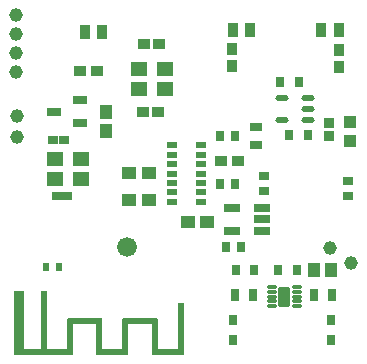
<source format=gbs>
G04*
G04 #@! TF.GenerationSoftware,Altium Limited,Altium Designer,23.6.0 (18)*
G04*
G04 Layer_Color=16711935*
%FSLAX44Y44*%
%MOMM*%
G71*
G04*
G04 #@! TF.SameCoordinates,26645B5F-4E51-4842-B81F-BC902FA672D2*
G04*
G04*
G04 #@! TF.FilePolarity,Negative*
G04*
G01*
G75*
%ADD18R,1.1581X1.0121*%
%ADD19R,0.7500X0.9000*%
%ADD23R,1.0121X1.1581*%
%ADD67C,1.1500*%
%ADD68C,1.6740*%
G04:AMPARAMS|DCode=75|XSize=1.1071mm|YSize=0.5358mm|CornerRadius=0.2679mm|HoleSize=0mm|Usage=FLASHONLY|Rotation=0.000|XOffset=0mm|YOffset=0mm|HoleType=Round|Shape=RoundedRectangle|*
%AMROUNDEDRECTD75*
21,1,1.1071,0.0000,0,0,0.0*
21,1,0.5713,0.5358,0,0,0.0*
1,1,0.5358,0.2857,0.0000*
1,1,0.5358,-0.2857,0.0000*
1,1,0.5358,-0.2857,0.0000*
1,1,0.5358,0.2857,0.0000*
%
%ADD75ROUNDEDRECTD75*%
%ADD78R,0.9682X1.0065*%
%ADD80R,0.8121X0.9311*%
%ADD81R,1.4000X1.2000*%
%ADD82R,0.8621X0.7565*%
%ADD83R,1.0065X0.9682*%
%ADD86R,1.1311X0.9121*%
%ADD88R,1.0000X0.7500*%
%ADD90R,0.8121X0.7581*%
%ADD93R,0.8000X0.9000*%
%ADD95R,0.7500X1.0000*%
%ADD97R,0.7581X0.8121*%
%ADD98R,3.0000X0.5000*%
%ADD99R,5.0000X0.5000*%
%ADD100R,0.5000X5.4000*%
%ADD101R,0.9000X5.4000*%
%ADD102R,0.5000X3.1400*%
%ADD103R,0.5000X3.1400*%
%ADD104R,2.7000X0.5000*%
%ADD105R,3.0000X0.5000*%
%ADD106R,0.5000X4.4400*%
%ADD107C,0.4040*%
%ADD108R,0.9500X1.1500*%
%ADD109R,1.1000X1.0500*%
%ADD110R,0.8100X0.7700*%
%ADD111R,1.2000X0.7500*%
%ADD112R,0.9000X0.5000*%
%ADD113R,1.3500X0.7500*%
G04:AMPARAMS|DCode=114|XSize=0.38mm|YSize=0.85mm|CornerRadius=0.1245mm|HoleSize=0mm|Usage=FLASHONLY|Rotation=90.000|XOffset=0mm|YOffset=0mm|HoleType=Round|Shape=RoundedRectangle|*
%AMROUNDEDRECTD114*
21,1,0.3800,0.6011,0,0,90.0*
21,1,0.1311,0.8500,0,0,90.0*
1,1,0.2489,0.3005,0.0656*
1,1,0.2489,0.3005,-0.0656*
1,1,0.2489,-0.3005,-0.0656*
1,1,0.2489,-0.3005,0.0656*
%
%ADD114ROUNDEDRECTD114*%
G04:AMPARAMS|DCode=115|XSize=1.65mm|YSize=1.05mm|CornerRadius=0.1245mm|HoleSize=0mm|Usage=FLASHONLY|Rotation=90.000|XOffset=0mm|YOffset=0mm|HoleType=Round|Shape=RoundedRectangle|*
%AMROUNDEDRECTD115*
21,1,1.6500,0.8010,0,0,90.0*
21,1,1.4010,1.0500,0,0,90.0*
1,1,0.2490,0.4005,0.7005*
1,1,0.2490,0.4005,-0.7005*
1,1,0.2490,-0.4005,-0.7005*
1,1,0.2490,-0.4005,0.7005*
%
%ADD115ROUNDEDRECTD115*%
%ADD116R,0.6250X0.6500*%
%ADD117R,1.0500X1.2000*%
D18*
X125812Y164076D02*
D03*
X109273D02*
D03*
X158507Y122734D02*
D03*
X175047D02*
D03*
X125667Y141329D02*
D03*
X109127D02*
D03*
D19*
X252468Y241136D02*
D03*
X236968D02*
D03*
X244754Y196506D02*
D03*
X260254D02*
D03*
X214830Y82008D02*
D03*
X199330D02*
D03*
X235282D02*
D03*
X250782D02*
D03*
D23*
X89046Y199241D02*
D03*
Y215781D02*
D03*
D67*
X297101Y87912D02*
D03*
X279409Y100722D02*
D03*
X12858Y281866D02*
D03*
Y249875D02*
D03*
Y297862D02*
D03*
Y265871D02*
D03*
X13776Y211873D02*
D03*
X14280Y194065D02*
D03*
D68*
X107634Y100997D02*
D03*
D75*
X260450Y227431D02*
D03*
X238131Y227425D02*
D03*
Y208425D02*
D03*
X260142D02*
D03*
Y217925D02*
D03*
D78*
X286607Y268383D02*
D03*
Y253866D02*
D03*
X196366Y268776D02*
D03*
Y254258D02*
D03*
D80*
X278652Y195368D02*
D03*
Y206179D02*
D03*
D81*
X139578Y235310D02*
D03*
X117578D02*
D03*
Y252310D02*
D03*
X139578D02*
D03*
X68226Y175446D02*
D03*
X46225D02*
D03*
Y158446D02*
D03*
X68226D02*
D03*
D82*
X294350Y144073D02*
D03*
Y157090D02*
D03*
D83*
X82249Y250338D02*
D03*
X67732D02*
D03*
X186693Y174474D02*
D03*
X201211D02*
D03*
D86*
X121659Y273020D02*
D03*
X134469D02*
D03*
X120762Y215191D02*
D03*
X133573D02*
D03*
D88*
X216843Y187812D02*
D03*
Y202813D02*
D03*
D90*
X223245Y149003D02*
D03*
Y161543D02*
D03*
D93*
X279862Y39708D02*
D03*
Y22708D02*
D03*
X197312Y39708D02*
D03*
Y22708D02*
D03*
D95*
X280692Y60418D02*
D03*
X265692D02*
D03*
X213702Y60418D02*
D03*
X198702D02*
D03*
D97*
X203531Y101282D02*
D03*
X190991D02*
D03*
X185832Y155040D02*
D03*
X198372D02*
D03*
X185872Y194938D02*
D03*
X198411D02*
D03*
D98*
X71375Y38493D02*
D03*
D99*
X36373Y12100D02*
D03*
D100*
X36873Y36586D02*
D03*
D101*
X15873Y36593D02*
D03*
D102*
X58873Y25286D02*
D03*
X130873D02*
D03*
D103*
X83873D02*
D03*
X105873D02*
D03*
D104*
X94873Y12100D02*
D03*
X141873D02*
D03*
D105*
X118375Y38493D02*
D03*
D106*
X152873Y31793D02*
D03*
D107*
X36853Y62473D02*
D03*
X15263D02*
D03*
D108*
X271394Y285399D02*
D03*
X286395D02*
D03*
X211588Y285029D02*
D03*
X196588D02*
D03*
X71258Y283012D02*
D03*
X86258D02*
D03*
D109*
X295873Y190863D02*
D03*
Y206863D02*
D03*
D110*
X44954Y191798D02*
D03*
X53755D02*
D03*
X56702Y144403D02*
D03*
X47902D02*
D03*
D111*
X67803Y225438D02*
D03*
Y206438D02*
D03*
X45803Y215938D02*
D03*
D112*
X169600Y139488D02*
D03*
Y147488D02*
D03*
Y155488D02*
D03*
Y163488D02*
D03*
Y171488D02*
D03*
Y179488D02*
D03*
Y187488D02*
D03*
X145600D02*
D03*
Y179488D02*
D03*
Y171488D02*
D03*
Y163488D02*
D03*
Y155488D02*
D03*
Y147488D02*
D03*
Y139488D02*
D03*
D113*
X196431Y134112D02*
D03*
Y115112D02*
D03*
X221431D02*
D03*
Y124612D02*
D03*
Y134112D02*
D03*
D114*
X229992Y51148D02*
D03*
Y55148D02*
D03*
Y59148D02*
D03*
Y63148D02*
D03*
Y67148D02*
D03*
X250993Y51148D02*
D03*
Y55148D02*
D03*
Y59148D02*
D03*
Y63148D02*
D03*
Y67148D02*
D03*
D115*
X240492Y59148D02*
D03*
D116*
X39027Y84338D02*
D03*
X49266D02*
D03*
D117*
X265263Y81717D02*
D03*
X279763D02*
D03*
M02*

</source>
